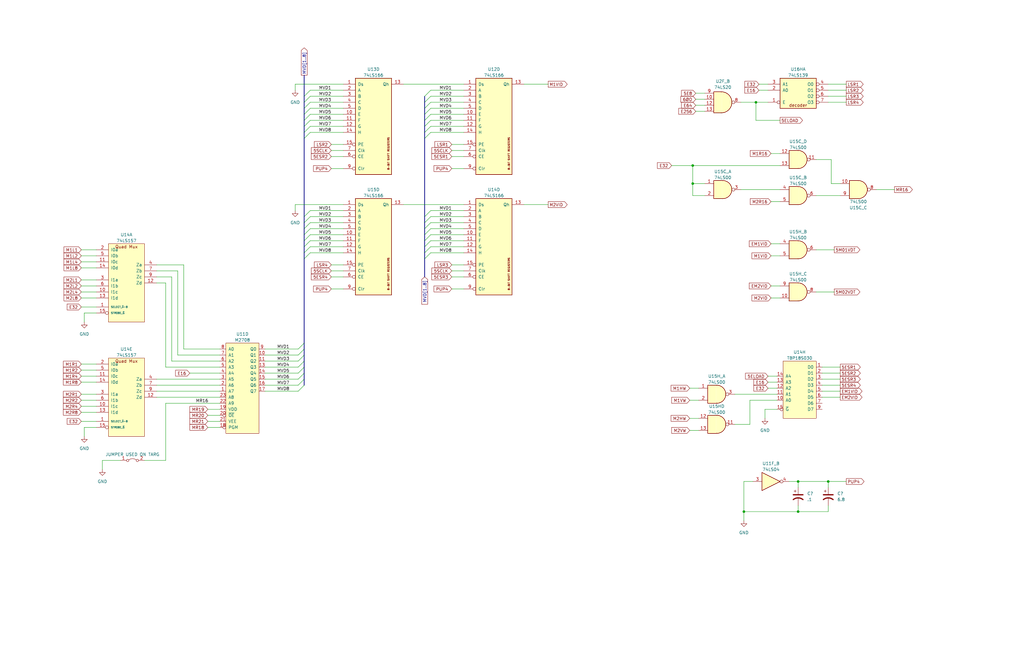
<source format=kicad_sch>
(kicad_sch (version 20230121) (generator eeschema)
  (paper "B")
  (title_block (title "Exidy Universal Game Board II") (company "Anton Gale") (comment 1 "6502 GAME LOGIC PCB") (comment 4 "MOVING OBJECT VIDEO GENERATION"))
  (lib_symbols
    (symbol "Device:C_Polarized_US" (pin_numbers hide) (pin_names (offset 0.254) hide)
      (property "Reference" "C" (at 0.635 2.54 0))
      (property "Value" "C_Polarized_US" (at 0.635 -2.54 0))
      (symbol "C_Polarized_US_0_1"
        (polyline (pts (xy -2.032 0.762) (xy 2.032 0.762)) (stroke (width 0.508)))
        (polyline (pts (xy -1.778 2.286) (xy -0.762 2.286)))
        (polyline (pts (xy -1.27 1.778) (xy -1.27 2.794)))
        (arc (start 2.032 -1.27) (mid 0 -0.5572) (end -2.032 -1.27) (stroke (width 0.508)))
      )
      (symbol "C_Polarized_US_1_1"
        (pin passive line (at 0 3.81 270) (length 2.794) (name "~") (number "1"))
        (pin passive line (at 0 -3.81 90) (length 3.302) (name "~") (number "2"))
      )
    )
    (symbol "Jumper:Jumper_2_Bridged" (pin_names (offset 0) hide)
      (property "Reference" "JP" (at 0 1.905 0))
      (property "Value" "Jumper_2_Bridged" (at 0 -2.54 0))
      (symbol "Jumper_2_Bridged_0_0"
        (circle (center -2.032 0) (radius 0.508))
        (circle (center 2.032 0) (radius 0.508))
      )
      (symbol "Jumper_2_Bridged_0_1"
        (arc (start 1.524 0.254) (mid 0 0.762) (end -1.524 0.254))
      )
      (symbol "Jumper_2_Bridged_1_1"
        (pin passive line (at -5.08 0 0) (length 2.54) (name "A") (number "1"))
        (pin passive line (at 5.08 0 180) (length 2.54) (name "B") (number "2"))
      )
    )
    (symbol "arcade:M2708" (pin_names (offset 1.016))
      (property "Reference" "U" (at 1.27 -18.034 0))
      (property "Value" "M2708" (at 3.81 -20.066 0))
      (symbol "M2708_0_1"
        (rectangle (start -6.35 16.51) (end 7.62 -21.59) (fill (type background)))
      )
      (symbol "M2708_1_1"
        (pin input line (at -8.89 -3.81 0) (length 2.54) (name "A7") (number "1"))
        (pin bidirectional line (at 10.16 11.43 180) (length 2.54) (name "Q1") (number "10"))
        (pin bidirectional line (at 10.16 8.89 180) (length 2.54) (name "Q2") (number "11"))
        (pin power_in line (at 0 -21.59 90) (length 2.54) hide (name "VSS") (number "12"))
        (pin output line (at 10.16 6.35 180) (length 2.54) (name "Q3") (number "13"))
        (pin output line (at 10.16 3.81 180) (length 2.54) (name "Q4") (number "14"))
        (pin output line (at 10.16 1.27 180) (length 2.54) (name "Q5") (number "15"))
        (pin output line (at 10.16 -1.27 180) (length 2.54) (name "Q6") (number "16"))
        (pin output line (at 10.16 -3.81 180) (length 2.54) (name "Q7") (number "17"))
        (pin input inverted (at -8.89 -19.05 0) (length 2.54) (name "PGM") (number "18"))
        (pin input line (at -8.89 -11.43 0) (length 2.54) (name "VDD") (number "19"))
        (pin input line (at -8.89 -1.27 0) (length 2.54) (name "A6") (number "2"))
        (pin input inverted (at -8.89 -13.97 0) (length 2.54) (name "~{OE}") (number "20"))
        (pin input line (at -8.89 -16.51 0) (length 2.54) (name "VEE") (number "21"))
        (pin input line (at -8.89 -8.89 0) (length 2.54) (name "A9") (number "22"))
        (pin input line (at -8.89 -6.35 0) (length 2.54) (name "A8") (number "23"))
        (pin power_in line (at 0 16.51 270) (length 2.54) hide (name "VCC") (number "24"))
        (pin input line (at -8.89 1.27 0) (length 2.54) (name "A5") (number "3"))
        (pin input line (at -8.89 3.81 0) (length 2.54) (name "A4") (number "4"))
        (pin input line (at -8.89 6.35 0) (length 2.54) (name "A3") (number "5"))
        (pin input line (at -8.89 8.89 0) (length 2.54) (name "A2") (number "6"))
        (pin input line (at -8.89 11.43 0) (length 2.54) (name "A1") (number "7"))
        (pin input line (at -8.89 13.97 0) (length 2.54) (name "A0") (number "8"))
        (pin bidirectional line (at 10.16 13.97 180) (length 2.54) (name "Q0") (number "9"))
      )
    )
    (symbol "arcade:TBP18S030" (pin_names (offset 1.016))
      (property "Reference" "U" (at 5.08 12.7 0))
      (property "Value" "TBP18S030" (at 0 -11.43 0))
      (symbol "TBP18S030_0_1"
        (rectangle (start -7.62 11.43) (end 6.35 -12.7) (fill (type background)))
      )
      (symbol "TBP18S030_1_1"
        (pin output line (at 8.89 8.89 180) (length 2.54) (name "D0") (number "1"))
        (pin input line (at -10.16 -5.08 0) (length 2.54) (name "A0") (number "10"))
        (pin input line (at -10.16 -2.54 0) (length 2.54) (name "A1") (number "11"))
        (pin input line (at -10.16 0 0) (length 2.54) (name "A2") (number "12"))
        (pin input line (at -10.16 2.54 0) (length 2.54) (name "A3") (number "13"))
        (pin input line (at -10.16 5.08 0) (length 2.54) (name "A4") (number "14"))
        (pin input inverted (at -10.16 -8.89 0) (length 2.54) (name "~{G}") (number "15"))
        (pin output line (at 8.89 6.35 180) (length 2.54) (name "D1") (number "2"))
        (pin output line (at 8.89 3.81 180) (length 2.54) (name "D2") (number "3"))
        (pin output line (at 8.89 1.27 180) (length 2.54) (name "D3") (number "4"))
        (pin output line (at 8.89 -1.27 180) (length 2.54) (name "D4") (number "5"))
        (pin output line (at 8.89 -3.81 180) (length 2.54) (name "D5") (number "6"))
        (pin output line (at 8.89 -6.35 180) (length 2.54) (name "D6") (number "7"))
        (pin output line (at 8.89 -8.89 180) (length 2.54) (name "D7") (number "9"))
      )
    )
    (symbol "jt74:74LS00" (pin_names (offset 1.016))
      (property "Reference" "U" (at 0 1.27 0))
      (property "Value" "74LS00" (at 0 -1.27 0))
      (symbol "74LS00_1_1"
        (arc (start 0 -3.81) (mid 3.7934 0) (end 0 3.81) (stroke (width 0.254)) (fill (type background)))
        (polyline (pts (xy 0 3.81) (xy -3.81 3.81) (xy -3.81 -3.81) (xy 0 -3.81)) (stroke (width 0.254)) (fill (type background)))
        (pin input line (at -7.62 2.54 0) (length 3.81) (name "~") (number "1"))
        (pin input line (at -7.62 -2.54 0) (length 3.81) (name "~") (number "2"))
        (pin output inverted (at 7.62 0 180) (length 3.81) (name "~") (number "3"))
      )
      (symbol "74LS00_1_2"
        (arc (start -3.81 -3.81) (mid -2.589 0) (end -3.81 3.81) (stroke (width 0.254)))
        (arc (start -0.6096 -3.81) (mid 2.1842 -2.5851) (end 3.81 0) (stroke (width 0.254)) (fill (type background)))
        (polyline (pts (xy -3.81 -3.81) (xy -0.635 -3.81)) (stroke (width 0.254)) (fill (type background)))
        (polyline (pts (xy -3.81 3.81) (xy -0.635 3.81)) (stroke (width 0.254)) (fill (type background)))
        (polyline (pts (xy -0.635 3.81) (xy -3.81 3.81) (xy -3.81 3.81) (xy -3.556 3.4036) (xy -3.0226 2.2606) (xy -2.6924 1.0414) (xy -2.6162 -0.254) (xy -2.7686 -1.4986) (xy -3.175 -2.7178) (xy -3.81 -3.81) (xy -3.81 -3.81) (xy -0.635 -3.81)) (stroke (width -25.4)) (fill (type background)))
        (arc (start 3.81 0) (mid 2.1915 2.5936) (end -0.6096 3.81) (stroke (width 0.254)) (fill (type background)))
        (pin input inverted (at -7.62 2.54 0) (length 4.318) (name "~") (number "1"))
        (pin input inverted (at -7.62 -2.54 0) (length 4.318) (name "~") (number "2"))
        (pin output line (at 7.62 0 180) (length 3.81) (name "~") (number "3"))
      )
      (symbol "74LS00_2_1"
        (arc (start 0 -3.81) (mid 3.7934 0) (end 0 3.81) (stroke (width 0.254)) (fill (type background)))
        (polyline (pts (xy 0 3.81) (xy -3.81 3.81) (xy -3.81 -3.81) (xy 0 -3.81)) (stroke (width 0.254)) (fill (type background)))
        (pin input line (at -7.62 2.54 0) (length 3.81) (name "~") (number "4"))
        (pin input line (at -7.62 -2.54 0) (length 3.81) (name "~") (number "5"))
        (pin output inverted (at 7.62 0 180) (length 3.81) (name "~") (number "6"))
      )
      (symbol "74LS00_2_2"
        (arc (start -3.81 -3.81) (mid -2.589 0) (end -3.81 3.81) (stroke (width 0.254)))
        (arc (start -0.6096 -3.81) (mid 2.1842 -2.5851) (end 3.81 0) (stroke (width 0.254)) (fill (type background)))
        (polyline (pts (xy -3.81 -3.81) (xy -0.635 -3.81)) (stroke (width 0.254)) (fill (type background)))
        (polyline (pts (xy -3.81 3.81) (xy -0.635 3.81)) (stroke (width 0.254)) (fill (type background)))
        (polyline (pts (xy -0.635 3.81) (xy -3.81 3.81) (xy -3.81 3.81) (xy -3.556 3.4036) (xy -3.0226 2.2606) (xy -2.6924 1.0414) (xy -2.6162 -0.254) (xy -2.7686 -1.4986) (xy -3.175 -2.7178) (xy -3.81 -3.81) (xy -3.81 -3.81) (xy -0.635 -3.81)) (stroke (width -25.4)) (fill (type background)))
        (arc (start 3.81 0) (mid 2.1915 2.5936) (end -0.6096 3.81) (stroke (width 0.254)) (fill (type background)))
        (pin input inverted (at -7.62 2.54 0) (length 4.318) (name "~") (number "4"))
        (pin input inverted (at -7.62 -2.54 0) (length 4.318) (name "~") (number "5"))
        (pin output line (at 7.62 0 180) (length 3.81) (name "~") (number "6"))
      )
      (symbol "74LS00_3_1"
        (arc (start 0 -3.81) (mid 3.7934 0) (end 0 3.81) (stroke (width 0.254)) (fill (type background)))
        (polyline (pts (xy 0 3.81) (xy -3.81 3.81) (xy -3.81 -3.81) (xy 0 -3.81)) (stroke (width 0.254)) (fill (type background)))
        (pin input line (at -7.62 -2.54 0) (length 3.81) (name "~") (number "10"))
        (pin output inverted (at 7.62 0 180) (length 3.81) (name "~") (number "8"))
        (pin input line (at -7.62 2.54 0) (length 3.81) (name "~") (number "9"))
      )
      (symbol "74LS00_3_2"
        (arc (start -3.81 -3.81) (mid -2.589 0) (end -3.81 3.81) (stroke (width 0.254)))
        (arc (start -0.6096 -3.81) (mid 2.1842 -2.5851) (end 3.81 0) (stroke (width 0.254)) (fill (type background)))
        (polyline (pts (xy -3.81 -3.81) (xy -0.635 -3.81)) (stroke (width 0.254)) (fill (type background)))
        (polyline (pts (xy -3.81 3.81) (xy -0.635 3.81)) (stroke (width 0.254)) (fill (type background)))
        (polyline (pts (xy -0.635 3.81) (xy -3.81 3.81) (xy -3.81 3.81) (xy -3.556 3.4036) (xy -3.0226 2.2606) (xy -2.6924 1.0414) (xy -2.6162 -0.254) (xy -2.7686 -1.4986) (xy -3.175 -2.7178) (xy -3.81 -3.81) (xy -3.81 -3.81) (xy -0.635 -3.81)) (stroke (width -25.4)) (fill (type background)))
        (arc (start 3.81 0) (mid 2.1915 2.5936) (end -0.6096 3.81) (stroke (width 0.254)) (fill (type background)))
        (pin input inverted (at -7.62 -2.54 0) (length 4.318) (name "~") (number "10"))
        (pin output line (at 7.62 0 180) (length 3.81) (name "~") (number "8"))
        (pin input inverted (at -7.62 2.54 0) (length 4.318) (name "~") (number "9"))
      )
      (symbol "74LS00_4_1"
        (arc (start 0 -3.81) (mid 3.7934 0) (end 0 3.81) (stroke (width 0.254)) (fill (type background)))
        (polyline (pts (xy 0 3.81) (xy -3.81 3.81) (xy -3.81 -3.81) (xy 0 -3.81)) (stroke (width 0.254)) (fill (type background)))
        (pin output inverted (at 7.62 0 180) (length 3.81) (name "~") (number "11"))
        (pin input line (at -7.62 2.54 0) (length 3.81) (name "~") (number "12"))
        (pin input line (at -7.62 -2.54 0) (length 3.81) (name "~") (number "13"))
      )
      (symbol "74LS00_4_2"
        (arc (start -3.81 -3.81) (mid -2.589 0) (end -3.81 3.81) (stroke (width 0.254)))
        (arc (start -0.6096 -3.81) (mid 2.1842 -2.5851) (end 3.81 0) (stroke (width 0.254)) (fill (type background)))
        (polyline (pts (xy -3.81 -3.81) (xy -0.635 -3.81)) (stroke (width 0.254)) (fill (type background)))
        (polyline (pts (xy -3.81 3.81) (xy -0.635 3.81)) (stroke (width 0.254)) (fill (type background)))
        (polyline (pts (xy -0.635 3.81) (xy -3.81 3.81) (xy -3.81 3.81) (xy -3.556 3.4036) (xy -3.0226 2.2606) (xy -2.6924 1.0414) (xy -2.6162 -0.254) (xy -2.7686 -1.4986) (xy -3.175 -2.7178) (xy -3.81 -3.81) (xy -3.81 -3.81) (xy -0.635 -3.81)) (stroke (width -25.4)) (fill (type background)))
        (arc (start 3.81 0) (mid 2.1915 2.5936) (end -0.6096 3.81) (stroke (width 0.254)) (fill (type background)))
        (pin output line (at 7.62 0 180) (length 3.81) (name "~") (number "11"))
        (pin input inverted (at -7.62 2.54 0) (length 4.318) (name "~") (number "12"))
        (pin input inverted (at -7.62 -2.54 0) (length 4.318) (name "~") (number "13"))
      )
      (symbol "74LS00_5_0"
        (pin power_in line (at 0 7.62 270) (length 5.08) hide (name "VCC") (number "14"))
        (pin power_in line (at 0 -7.62 90) (length 5.08) hide (name "VSS") (number "7"))
      )
      (symbol "74LS00_5_1"
        (rectangle (start -5.08 7.62) (end 5.08 -7.62) (stroke (width 0.254)) (fill (type background)))
      )
    )
    (symbol "jt74:74LS04" (pin_names (offset 1.016))
      (property "Reference" "U" (at 0 1.27 0))
      (property "Value" "74LS04" (at 0 -1.27 0))
      (symbol "74LS04_1_0"
        (polyline (pts (xy -3.81 3.81) (xy -3.81 -3.81) (xy 3.81 0) (xy -3.81 3.81)) (stroke (width 0.254)) (fill (type background)))
        (pin input line (at -7.62 0 0) (length 3.81) (name "~") (number "1"))
        (pin output inverted (at 7.62 0 180) (length 3.81) (name "~") (number "2"))
      )
      (symbol "74LS04_2_0"
        (polyline (pts (xy -3.81 3.81) (xy -3.81 -3.81) (xy 3.81 0) (xy -3.81 3.81)) (stroke (width 0.254)) (fill (type background)))
        (pin input line (at -7.62 0 0) (length 3.81) (name "~") (number "3"))
        (pin output inverted (at 7.62 0 180) (length 3.81) (name "~") (number "4"))
      )
      (symbol "74LS04_3_0"
        (polyline (pts (xy -3.81 3.81) (xy -3.81 -3.81) (xy 3.81 0) (xy -3.81 3.81)) (stroke (width 0.254)) (fill (type background)))
        (pin input line (at -7.62 0 0) (length 3.81) (name "~") (number "5"))
        (pin output inverted (at 7.62 0 180) (length 3.81) (name "~") (number "6"))
      )
      (symbol "74LS04_4_0"
        (polyline (pts (xy -3.81 3.81) (xy -3.81 -3.81) (xy 3.81 0) (xy -3.81 3.81)) (stroke (width 0.254)) (fill (type background)))
        (pin output inverted (at 7.62 0 180) (length 3.81) (name "~") (number "8"))
        (pin input line (at -7.62 0 0) (length 3.81) (name "~") (number "9"))
      )
      (symbol "74LS04_5_0"
        (polyline (pts (xy -3.81 3.81) (xy -3.81 -3.81) (xy 3.81 0) (xy -3.81 3.81)) (stroke (width 0.254)) (fill (type background)))
        (pin output inverted (at 7.62 0 180) (length 3.81) (name "~") (number "10"))
        (pin input line (at -7.62 0 0) (length 3.81) (name "~") (number "11"))
      )
      (symbol "74LS04_6_0"
        (polyline (pts (xy -3.81 3.81) (xy -3.81 -3.81) (xy 3.81 0) (xy -3.81 3.81)) (stroke (width 0.254)) (fill (type background)))
        (pin output inverted (at 7.62 0 180) (length 3.81) (name "~") (number "12"))
        (pin input line (at -7.62 0 0) (length 3.81) (name "~") (number "13"))
      )
      (symbol "74LS04_7_0"
        (pin power_in line (at 0 7.62 270) (length 5.08) hide (name "VCC") (number "14"))
        (pin power_in line (at 0 -7.62 90) (length 5.08) hide (name "VSS") (number "7"))
      )
      (symbol "74LS04_7_1"
        (rectangle (start -5.08 7.62) (end 5.08 -7.62) (stroke (width 0.254)) (fill (type background)))
      )
    )
    (symbol "jt74:74LS139" (pin_names (offset 1.016))
      (property "Reference" "U" (at -7.62 8.89 0))
      (property "Value" "74LS139" (at -7.62 -8.89 0))
      (symbol "74LS139_0_0"
        (text "decoder" (at 0 -6.35 0) (effects (font (size 1.27 1.27))))
      )
      (symbol "74LS139_1_0"
        (pin input inverted (at -12.7 -5.08 0) (length 5.08) (name "E") (number "1"))
        (pin input line (at -12.7 0 0) (length 5.08) (name "A0") (number "2"))
        (pin input line (at -12.7 2.54 0) (length 5.08) (name "A1") (number "3"))
        (pin output inverted (at 12.7 2.54 180) (length 5.08) (name "O0") (number "4"))
        (pin output inverted (at 12.7 0 180) (length 5.08) (name "O1") (number "5"))
        (pin output inverted (at 12.7 -2.54 180) (length 5.08) (name "O2") (number "6"))
        (pin output inverted (at 12.7 -5.08 180) (length 5.08) (name "O3") (number "7"))
      )
      (symbol "74LS139_1_1"
        (rectangle (start -7.62 5.08) (end 7.62 -7.62) (stroke (width 0.254)) (fill (type background)))
      )
      (symbol "74LS139_2_0"
        (pin output inverted (at 12.7 -2.54 180) (length 5.08) (name "O2") (number "10"))
        (pin output inverted (at 12.7 0 180) (length 5.08) (name "O1") (number "11"))
        (pin output inverted (at 12.7 2.54 180) (length 5.08) (name "O0") (number "12"))
        (pin input line (at -12.7 2.54 0) (length 5.08) (name "A1") (number "13"))
        (pin input line (at -12.7 0 0) (length 5.08) (name "A0") (number "14"))
        (pin input inverted (at -12.7 -5.08 0) (length 5.08) (name "E") (number "15"))
        (pin output inverted (at 12.7 -5.08 180) (length 5.08) (name "O3") (number "9"))
      )
      (symbol "74LS139_2_1"
        (rectangle (start -7.62 5.08) (end 7.62 -7.62) (stroke (width 0.254)) (fill (type background)))
      )
      (symbol "74LS139_3_0"
        (pin power_in line (at 0 7.62 270) (length 5.08) hide (name "VCC") (number "16"))
        (pin power_in line (at 0 -7.62 90) (length 5.08) hide (name "VSS") (number "8"))
      )
      (symbol "74LS139_3_1"
        (rectangle (start -5.08 7.62) (end 5.08 -7.62) (stroke (width 0.254)) (fill (type background)))
      )
    )
    (symbol "jt74:74LS157" (pin_names (offset 1.016))
      (property "Reference" "U" (at 5.08 16.51 0))
      (property "Value" "74LS157" (at 0 -16.51 0))
      (symbol "74LS157_0_0"
        (text "Quad Mux" (at 0 13.97 0) (effects (font (size 1.27 1.27))))
      )
      (symbol "74LS157_1_0"
        (pin input line (at -12.7 -11.43 0) (length 5.08) (name "SELECT_~{A}-B") (number "1"))
        (pin input line (at -12.7 -5.08 0) (length 5.08) (name "I1c") (number "10"))
        (pin input line (at -12.7 7.62 0) (length 5.08) (name "I0c") (number "11"))
        (pin output line (at 12.7 -1.27 180) (length 5.08) (name "Zd") (number "12"))
        (pin input line (at -12.7 -7.62 0) (length 5.08) (name "I1d") (number "13"))
        (pin input line (at -12.7 5.08 0) (length 5.08) (name "I0d") (number "14"))
        (pin input inverted (at -12.7 -13.97 0) (length 5.08) (name "STROBE_~{G}") (number "15"))
        (pin input line (at -12.7 12.7 0) (length 5.08) (name "I0a") (number "2"))
        (pin input line (at -12.7 0 0) (length 5.08) (name "I1a") (number "3"))
        (pin output line (at 12.7 6.35 180) (length 5.08) (name "Za") (number "4"))
        (pin input line (at -12.7 10.16 0) (length 5.08) (name "I0b") (number "5"))
        (pin input line (at -12.7 -2.54 0) (length 5.08) (name "I1b") (number "6"))
        (pin output line (at 12.7 3.81 180) (length 5.08) (name "Zb") (number "7"))
        (pin output line (at 12.7 1.27 180) (length 5.08) (name "Zc") (number "9"))
      )
      (symbol "74LS157_1_1"
        (rectangle (start -7.62 15.24) (end 7.62 -17.78) (fill (type background)))
      )
    )
    (symbol "jt74:74LS166" (pin_names (offset 1.016))
      (property "Reference" "U" (at -7.62 21.59 0))
      (property "Value" "74LS166" (at -7.62 -21.59 0))
      (symbol "74LS166_0_0"
        (text "8-BIT SHIFT REGISTERS" (at 6.35 -11.43 900) (effects (font (size 0.762 0.762))))
      )
      (symbol "74LS166_1_0"
        (pin input line (at -12.7 17.78 0) (length 5.08) (name "Ds") (number "1"))
        (pin input line (at -12.7 5.08 0) (length 5.08) (name "E") (number "10"))
        (pin input line (at -12.7 2.54 0) (length 5.08) (name "F") (number "11"))
        (pin input line (at -12.7 0 0) (length 5.08) (name "G") (number "12"))
        (pin output line (at 12.7 17.78 180) (length 5.08) (name "Qh") (number "13"))
        (pin input line (at -12.7 -2.54 0) (length 5.08) (name "H") (number "14"))
        (pin input inverted (at -12.7 -7.62 0) (length 5.08) (name "PE") (number "15"))
        (pin power_in line (at 0 20.32 270) (length 5.08) hide (name "VCC") (number "16"))
        (pin input line (at -12.7 15.24 0) (length 5.08) (name "A") (number "2"))
        (pin input line (at -12.7 12.7 0) (length 5.08) (name "B") (number "3"))
        (pin input line (at -12.7 10.16 0) (length 5.08) (name "C") (number "4"))
        (pin input line (at -12.7 7.62 0) (length 5.08) (name "D") (number "5"))
        (pin input inverted (at -12.7 -12.7 0) (length 5.08) (name "CE") (number "6"))
        (pin input line (at -12.7 -10.16 0) (length 5.08) (name "Clk") (number "7"))
        (pin power_in line (at 0 -20.32 90) (length 5.08) hide (name "VSS") (number "8"))
        (pin input inverted (at -12.7 -17.78 0) (length 5.08) (name "Clr") (number "9"))
      )
      (symbol "74LS166_1_1"
        (rectangle (start -7.62 20.32) (end 7.62 -20.32) (stroke (width 0.254)) (fill (type background)))
      )
    )
    (symbol "jt74:74LS20" (pin_names (offset 1.016))
      (property "Reference" "U" (at 0 1.27 0))
      (property "Value" "74LS20" (at 0 -1.27 0))
      (symbol "74LS20_1_1"
        (arc (start -0.635 -4.445) (mid 3.7907 0) (end -0.635 4.445) (stroke (width 0.254)) (fill (type background)))
        (polyline (pts (xy -0.635 4.445) (xy -3.81 4.445) (xy -3.81 -4.445) (xy -0.635 -4.445)) (stroke (width 0.254)) (fill (type background)))
        (pin input line (at -7.62 3.81 0) (length 3.81) (name "~") (number "1"))
        (pin input line (at -7.62 1.27 0) (length 3.81) (name "~") (number "2"))
        (pin input line (at -7.62 -1.27 0) (length 3.81) (name "~") (number "4"))
        (pin input line (at -7.62 -3.81 0) (length 3.81) (name "~") (number "5"))
        (pin output inverted (at 7.62 0 180) (length 3.81) (name "~") (number "6"))
      )
      (symbol "74LS20_1_2"
        (arc (start -3.81 -4.445) (mid -2.5908 0) (end -3.81 4.445) (stroke (width 0.254)))
        (arc (start -0.6096 -4.445) (mid 2.2246 -2.8422) (end 3.81 0) (stroke (width 0.254)) (fill (type background)))
        (polyline (pts (xy -3.81 -4.445) (xy -0.635 -4.445)) (stroke (width 0.254)) (fill (type background)))
        (polyline (pts (xy -3.81 4.445) (xy -0.635 4.445)) (stroke (width 0.254)) (fill (type background)))
        (polyline (pts (xy -0.635 4.445) (xy -3.81 4.445) (xy -3.81 4.445) (xy -3.6322 4.0894) (xy -3.0988 2.921) (xy -2.7686 1.6764) (xy -2.6162 0.4318) (xy -2.6416 -0.8636) (xy -2.8702 -2.1082) (xy -3.2512 -3.3274) (xy -3.81 -4.445) (xy -3.81 -4.445) (xy -0.635 -4.445)) (stroke (width -25.4)) (fill (type background)))
        (arc (start 3.81 0) (mid 2.2204 2.8379) (end -0.6096 4.445) (stroke (width 0.254)) (fill (type background)))
        (pin input inverted (at -7.62 3.81 0) (length 3.81) (name "~") (number "1"))
        (pin input inverted (at -7.62 1.27 0) (length 4.826) (name "~") (number "2"))
        (pin input inverted (at -7.62 -1.27 0) (length 4.826) (name "~") (number "4"))
        (pin input inverted (at -7.62 -3.81 0) (length 3.81) (name "~") (number "5"))
        (pin output line (at 7.62 0 180) (length 3.81) (name "~") (number "6"))
      )
      (symbol "74LS20_2_1"
        (arc (start -0.635 -4.445) (mid 3.7907 0) (end -0.635 4.445) (stroke (width 0.254)) (fill (type background)))
        (polyline (pts (xy -0.635 4.445) (xy -3.81 4.445) (xy -3.81 -4.445) (xy -0.635 -4.445)) (stroke (width 0.254)) (fill (type background)))
        (pin input line (at -7.62 1.27 0) (length 3.81) (name "~") (number "10"))
        (pin input line (at -7.62 -1.27 0) (length 3.81) (name "~") (number "12"))
        (pin input line (at -7.62 -3.81 0) (length 3.81) (name "~") (number "13"))
        (pin output inverted (at 7.62 0 180) (length 3.81) (name "~") (number "8"))
        (pin input line (at -7.62 3.81 0) (length 3.81) (name "~") (number "9"))
      )
      (symbol "74LS20_2_2"
        (arc (start -3.81 -4.445) (mid -2.5908 0) (end -3.81 4.445) (stroke (width 0.254)))
        (arc (start -0.6096 -4.445) (mid 2.2246 -2.8422) (end 3.81 0) (stroke (width 0.254)) (fill (type background)))
        (polyline (pts (xy -3.81 -4.445) (xy -0.635 -4.445)) (stroke (width 0.254)) (fill (type background)))
        (polyline (pts (xy -3.81 4.445) (xy -0.635 4.445)) (stroke (width 0.254)) (fill (type background)))
        (polyline (pts (xy -0.635 4.445) (xy -3.81 4.445) (xy -3.81 4.445) (xy -3.6322 4.0894) (xy -3.0988 2.921) (xy -2.7686 1.6764) (xy -2.6162 0.4318) (xy -2.6416 -0.8636) (xy -2.8702 -2.1082) (xy -3.2512 -3.3274) (xy -3.81 -4.445) (xy -3.81 -4.445) (xy -0.635 -4.445)) (stroke (width -25.4)) (fill (type background)))
        (arc (start 3.81 0) (mid 2.2204 2.8379) (end -0.6096 4.445) (stroke (width 0.254)) (fill (type background)))
        (pin input inverted (at -7.62 1.27 0) (length 4.826) (name "~") (number "10"))
        (pin input inverted (at -7.62 -1.27 0) (length 4.826) (name "~") (number "12"))
        (pin input inverted (at -7.62 -3.81 0) (length 3.81) (name "~") (number "13"))
        (pin output line (at 7.62 0 180) (length 3.81) (name "~") (number "8"))
        (pin input inverted (at -7.62 3.81 0) (length 3.81) (name "~") (number "9"))
      )
      (symbol "74LS20_3_0"
        (pin power_in line (at 0 7.62 270) (length 5.08) hide (name "VCC") (number "14"))
        (pin power_in line (at 0 -7.62 90) (length 5.08) hide (name "VSS") (number "7"))
      )
      (symbol "74LS20_3_1"
        (rectangle (start -5.08 7.62) (end 5.08 -7.62) (stroke (width 0.254)) (fill (type background)))
      )
    )
    (symbol "power:GND" (power) (pin_names (offset 0))
      (property "Value" "GND" (at 0 -3.81 0))
      (symbol "GND_0_1"
        (polyline (pts (xy 0 0) (xy 0 -1.27) (xy 1.27 -1.27) (xy 0 -2.54) (xy -1.27 -1.27) (xy 0 -1.27)))
      )
      (symbol "GND_1_1"
        (pin power_in line (at 0 0 270) (length 0) hide (name "GND") (number "1"))
      )
    )
  )
  (junction (at 336.55 215.9))
  (junction (at 349.25 203.2))
  (junction (at 313.69 215.9))
  (junction (at 292.1 69.85))
  (junction (at 336.55 203.2))
  (junction (at 318.77 43.18))
  (junction (at 292.1 77.47))
  (bus_entry (at 125.73 154.94) (size 2.54 -2.54))
  (bus_entry (at 181.61 101.6) (size -2.54 2.54))
  (bus_entry (at 130.81 48.26) (size -2.54 2.54))
  (bus_entry (at 181.61 45.72) (size -2.54 2.54))
  (bus_entry (at 125.73 149.86) (size 2.54 -2.54))
  (bus_entry (at 181.61 96.52) (size -2.54 2.54))
  (bus_entry (at 130.81 43.18) (size -2.54 2.54))
  (bus_entry (at 181.61 106.68) (size -2.54 2.54))
  (bus_entry (at 125.73 152.4) (size 2.54 -2.54))
  (bus_entry (at 181.61 55.88) (size -2.54 2.54))
  (bus_entry (at 181.61 53.34) (size -2.54 2.54))
  (bus_entry (at 125.73 160.02) (size 2.54 -2.54))
  (bus_entry (at 125.73 157.48) (size 2.54 -2.54))
  (bus_entry (at 125.73 162.56) (size 2.54 -2.54))
  (bus_entry (at 181.61 93.98) (size -2.54 2.54))
  (bus_entry (at 130.81 104.14) (size -2.54 2.54))
  (bus_entry (at 181.61 43.18) (size -2.54 2.54))
  (bus_entry (at 181.61 91.44) (size -2.54 2.54))
  (bus_entry (at 181.61 50.8) (size -2.54 2.54))
  (bus_entry (at 130.81 88.9) (size -2.54 2.54))
  (bus_entry (at 130.81 106.68) (size -2.54 2.54))
  (bus_entry (at 130.81 101.6) (size -2.54 2.54))
  (bus_entry (at 130.81 93.98) (size -2.54 2.54))
  (bus_entry (at 125.73 147.32) (size 2.54 -2.54))
  (bus_entry (at 125.73 165.1) (size 2.54 -2.54))
  (bus_entry (at 130.81 45.72) (size -2.54 2.54))
  (bus_entry (at 181.61 88.9) (size -2.54 2.54))
  (bus_entry (at 181.61 38.1) (size -2.54 2.54))
  (bus_entry (at 181.61 104.14) (size -2.54 2.54))
  (bus_entry (at 130.81 91.44) (size -2.54 2.54))
  (bus_entry (at 181.61 48.26) (size -2.54 2.54))
  (bus_entry (at 130.81 40.64) (size -2.54 2.54))
  (bus_entry (at 181.61 40.64) (size -2.54 2.54))
  (bus_entry (at 130.81 55.88) (size -2.54 2.54))
  (bus_entry (at 130.81 38.1) (size -2.54 2.54))
  (bus_entry (at 130.81 53.34) (size -2.54 2.54))
  (bus_entry (at 130.81 99.06) (size -2.54 2.54))
  (bus_entry (at 181.61 99.06) (size -2.54 2.54))
  (bus_entry (at 130.81 96.52) (size -2.54 2.54))
  (bus_entry (at 130.81 50.8) (size -2.54 2.54))
  (wire (pts (xy 190.5 116.84) (xy 195.58 116.84)))
  (wire (pts (xy 349.25 203.2) (xy 349.25 205.74)))
  (wire (pts (xy 323.85 163.83) (xy 327.66 163.83)))
  (wire (pts (xy 190.5 60.96) (xy 195.58 60.96)))
  (wire (pts (xy 35.56 180.34) (xy 35.56 184.15)))
  (wire (pts (xy 34.29 129.54) (xy 40.64 129.54)))
  (wire (pts (xy 124.46 86.36) (xy 124.46 88.9)))
  (wire (pts (xy 325.12 102.87) (xy 328.93 102.87)))
  (wire (pts (xy 34.29 107.95) (xy 40.64 107.95)))
  (wire (pts (xy 124.46 35.56) (xy 144.78 35.56)))
  (wire (pts (xy 181.61 96.52) (xy 195.58 96.52)))
  (wire (pts (xy 139.7 71.12) (xy 144.78 71.12)))
  (wire (pts (xy 87.63 175.26) (xy 92.71 175.26)))
  (wire (pts (xy 327.66 168.91) (xy 316.23 168.91)))
  (wire (pts (xy 139.7 121.92) (xy 144.78 121.92)))
  (wire (pts (xy 34.29 168.91) (xy 40.64 168.91)))
  (wire (pts (xy 290.83 181.61) (xy 294.64 181.61)))
  (wire (pts (xy 332.74 203.2) (xy 336.55 203.2)))
  (wire (pts (xy 336.55 215.9) (xy 349.25 215.9)))
  (wire (pts (xy 66.04 119.38) (xy 69.85 119.38)))
  (wire (pts (xy 87.63 172.72) (xy 92.71 172.72)))
  (wire (pts (xy 92.71 154.94) (xy 69.85 154.94)))
  (bus (pts (xy 128.27 104.14) (xy 128.27 101.6)))
  (bus (pts (xy 179.07 96.52) (xy 179.07 93.98)))
  (wire (pts (xy 292.1 69.85) (xy 292.1 77.47)))
  (wire (pts (xy 111.76 165.1) (xy 125.73 165.1)))
  (bus (pts (xy 128.27 55.88) (xy 128.27 53.34)))
  (wire (pts (xy 130.81 88.9) (xy 144.78 88.9)))
  (wire (pts (xy 346.71 162.56) (xy 354.33 162.56)))
  (wire (pts (xy 349.25 35.56) (xy 356.87 35.56)))
  (bus (pts (xy 128.27 48.26) (xy 128.27 45.72)))
  (wire (pts (xy 328.93 50.8) (xy 318.77 50.8)))
  (wire (pts (xy 349.25 38.1) (xy 356.87 38.1)))
  (wire (pts (xy 354.33 77.47) (xy 350.52 77.47)))
  (wire (pts (xy 69.85 154.94) (xy 69.85 119.38)))
  (bus (pts (xy 128.27 53.34) (xy 128.27 50.8)))
  (wire (pts (xy 111.76 154.94) (xy 125.73 154.94)))
  (bus (pts (xy 128.27 144.78) (xy 128.27 147.32)))
  (wire (pts (xy 66.04 162.56) (xy 92.71 162.56)))
  (wire (pts (xy 34.29 156.21) (xy 40.64 156.21)))
  (wire (pts (xy 346.71 167.64) (xy 354.33 167.64)))
  (wire (pts (xy 111.76 160.02) (xy 125.73 160.02)))
  (wire (pts (xy 309.88 166.37) (xy 327.66 166.37)))
  (bus (pts (xy 179.07 99.06) (xy 179.07 96.52)))
  (bus (pts (xy 128.27 91.44) (xy 128.27 58.42)))
  (wire (pts (xy 34.29 125.73) (xy 40.64 125.73)))
  (wire (pts (xy 34.29 110.49) (xy 40.64 110.49)))
  (wire (pts (xy 130.81 45.72) (xy 144.78 45.72)))
  (wire (pts (xy 34.29 158.75) (xy 40.64 158.75)))
  (wire (pts (xy 181.61 91.44) (xy 195.58 91.44)))
  (wire (pts (xy 317.5 203.2) (xy 313.69 203.2)))
  (wire (pts (xy 124.46 86.36) (xy 144.78 86.36)))
  (wire (pts (xy 34.29 105.41) (xy 40.64 105.41)))
  (bus (pts (xy 128.27 149.86) (xy 128.27 152.4)))
  (wire (pts (xy 130.81 43.18) (xy 144.78 43.18)))
  (bus (pts (xy 179.07 58.42) (xy 179.07 55.88)))
  (wire (pts (xy 292.1 77.47) (xy 297.18 77.47)))
  (wire (pts (xy 181.61 40.64) (xy 195.58 40.64)))
  (wire (pts (xy 190.5 111.76) (xy 195.58 111.76)))
  (wire (pts (xy 312.42 43.18) (xy 318.77 43.18)))
  (wire (pts (xy 111.76 147.32) (xy 125.73 147.32)))
  (wire (pts (xy 66.04 116.84) (xy 72.39 116.84)))
  (wire (pts (xy 320.04 38.1) (xy 323.85 38.1)))
  (wire (pts (xy 139.7 66.04) (xy 144.78 66.04)))
  (bus (pts (xy 128.27 31.75) (xy 128.27 40.64)))
  (wire (pts (xy 190.5 63.5) (xy 195.58 63.5)))
  (bus (pts (xy 128.27 109.22) (xy 128.27 106.68)))
  (wire (pts (xy 318.77 50.8) (xy 318.77 43.18)))
  (wire (pts (xy 323.85 158.75) (xy 327.66 158.75)))
  (wire (pts (xy 69.85 170.18) (xy 92.71 170.18)))
  (wire (pts (xy 293.37 41.91) (xy 297.18 41.91)))
  (wire (pts (xy 181.61 53.34) (xy 195.58 53.34)))
  (wire (pts (xy 190.5 114.3) (xy 195.58 114.3)))
  (wire (pts (xy 130.81 40.64) (xy 144.78 40.64)))
  (wire (pts (xy 322.58 172.72) (xy 322.58 176.53)))
  (wire (pts (xy 80.01 157.48) (xy 92.71 157.48)))
  (wire (pts (xy 350.52 77.47) (xy 350.52 67.31)))
  (wire (pts (xy 336.55 213.36) (xy 336.55 215.9)))
  (bus (pts (xy 128.27 99.06) (xy 128.27 96.52)))
  (wire (pts (xy 130.81 101.6) (xy 144.78 101.6)))
  (wire (pts (xy 139.7 116.84) (xy 144.78 116.84)))
  (wire (pts (xy 190.5 71.12) (xy 195.58 71.12)))
  (wire (pts (xy 35.56 132.08) (xy 35.56 135.89)))
  (wire (pts (xy 349.25 213.36) (xy 349.25 215.9)))
  (wire (pts (xy 130.81 91.44) (xy 144.78 91.44)))
  (wire (pts (xy 190.5 121.92) (xy 195.58 121.92)))
  (wire (pts (xy 190.5 66.04) (xy 195.58 66.04)))
  (wire (pts (xy 50.8 194.31) (xy 43.18 194.31)))
  (wire (pts (xy 181.61 106.68) (xy 195.58 106.68)))
  (wire (pts (xy 313.69 215.9) (xy 313.69 219.71)))
  (wire (pts (xy 130.81 55.88) (xy 144.78 55.88)))
  (wire (pts (xy 170.18 35.56) (xy 195.58 35.56)))
  (wire (pts (xy 74.93 149.86) (xy 74.93 114.3)))
  (wire (pts (xy 181.61 104.14) (xy 195.58 104.14)))
  (wire (pts (xy 40.64 180.34) (xy 35.56 180.34)))
  (wire (pts (xy 72.39 152.4) (xy 72.39 116.84)))
  (wire (pts (xy 346.71 157.48) (xy 354.33 157.48)))
  (wire (pts (xy 111.76 149.86) (xy 125.73 149.86)))
  (wire (pts (xy 111.76 157.48) (xy 125.73 157.48)))
  (wire (pts (xy 77.47 147.32) (xy 77.47 111.76)))
  (wire (pts (xy 290.83 176.53) (xy 294.64 176.53)))
  (wire (pts (xy 336.55 203.2) (xy 336.55 205.74)))
  (wire (pts (xy 349.25 43.18) (xy 356.87 43.18)))
  (wire (pts (xy 320.04 35.56) (xy 323.85 35.56)))
  (wire (pts (xy 336.55 203.2) (xy 349.25 203.2)))
  (wire (pts (xy 181.61 93.98) (xy 195.58 93.98)))
  (wire (pts (xy 293.37 46.99) (xy 297.18 46.99)))
  (bus (pts (xy 179.07 91.44) (xy 179.07 58.42)))
  (wire (pts (xy 312.42 80.01) (xy 328.93 80.01)))
  (bus (pts (xy 128.27 101.6) (xy 128.27 99.06)))
  (wire (pts (xy 346.71 154.94) (xy 354.33 154.94)))
  (wire (pts (xy 344.17 123.19) (xy 351.79 123.19)))
  (wire (pts (xy 66.04 111.76) (xy 77.47 111.76)))
  (wire (pts (xy 297.18 82.55) (xy 292.1 82.55)))
  (bus (pts (xy 128.27 157.48) (xy 128.27 160.02)))
  (wire (pts (xy 181.61 38.1) (xy 195.58 38.1)))
  (wire (pts (xy 34.29 171.45) (xy 40.64 171.45)))
  (wire (pts (xy 130.81 96.52) (xy 144.78 96.52)))
  (wire (pts (xy 325.12 120.65) (xy 328.93 120.65)))
  (wire (pts (xy 87.63 177.8) (xy 92.71 177.8)))
  (wire (pts (xy 60.96 194.31) (xy 69.85 194.31)))
  (bus (pts (xy 179.07 101.6) (xy 179.07 99.06)))
  (bus (pts (xy 179.07 48.26) (xy 179.07 45.72)))
  (bus (pts (xy 179.07 50.8) (xy 179.07 48.26)))
  (wire (pts (xy 293.37 44.45) (xy 297.18 44.45)))
  (bus (pts (xy 179.07 116.84) (xy 179.07 109.22)))
  (wire (pts (xy 313.69 203.2) (xy 313.69 215.9)))
  (bus (pts (xy 179.07 106.68) (xy 179.07 104.14)))
  (wire (pts (xy 34.29 161.29) (xy 40.64 161.29)))
  (bus (pts (xy 128.27 160.02) (xy 128.27 162.56)))
  (bus (pts (xy 128.27 106.68) (xy 128.27 104.14)))
  (wire (pts (xy 325.12 107.95) (xy 328.93 107.95)))
  (wire (pts (xy 40.64 132.08) (xy 35.56 132.08)))
  (wire (pts (xy 139.7 60.96) (xy 144.78 60.96)))
  (bus (pts (xy 128.27 147.32) (xy 128.27 149.86)))
  (wire (pts (xy 34.29 166.37) (xy 40.64 166.37)))
  (wire (pts (xy 220.98 35.56) (xy 231.14 35.56)))
  (wire (pts (xy 130.81 38.1) (xy 144.78 38.1)))
  (wire (pts (xy 181.61 55.88) (xy 195.58 55.88)))
  (wire (pts (xy 181.61 99.06) (xy 195.58 99.06)))
  (wire (pts (xy 34.29 173.99) (xy 40.64 173.99)))
  (wire (pts (xy 344.17 105.41) (xy 351.79 105.41)))
  (wire (pts (xy 92.71 152.4) (xy 72.39 152.4)))
  (wire (pts (xy 181.61 48.26) (xy 195.58 48.26)))
  (bus (pts (xy 179.07 53.34) (xy 179.07 50.8)))
  (wire (pts (xy 34.29 118.11) (xy 40.64 118.11)))
  (wire (pts (xy 130.81 104.14) (xy 144.78 104.14)))
  (wire (pts (xy 349.25 203.2) (xy 356.87 203.2)))
  (wire (pts (xy 130.81 106.68) (xy 144.78 106.68)))
  (wire (pts (xy 43.18 194.31) (xy 43.18 198.12)))
  (wire (pts (xy 34.29 120.65) (xy 40.64 120.65)))
  (wire (pts (xy 292.1 77.47) (xy 292.1 82.55)))
  (bus (pts (xy 179.07 93.98) (xy 179.07 91.44)))
  (wire (pts (xy 318.77 43.18) (xy 323.85 43.18)))
  (bus (pts (xy 179.07 109.22) (xy 179.07 106.68)))
  (wire (pts (xy 181.61 50.8) (xy 195.58 50.8)))
  (wire (pts (xy 323.85 161.29) (xy 327.66 161.29)))
  (wire (pts (xy 170.18 86.36) (xy 195.58 86.36)))
  (wire (pts (xy 325.12 64.77) (xy 328.93 64.77)))
  (wire (pts (xy 344.17 82.55) (xy 354.33 82.55)))
  (wire (pts (xy 325.12 125.73) (xy 328.93 125.73)))
  (wire (pts (xy 181.61 45.72) (xy 195.58 45.72)))
  (wire (pts (xy 346.71 165.1) (xy 354.33 165.1)))
  (bus (pts (xy 179.07 55.88) (xy 179.07 53.34)))
  (wire (pts (xy 34.29 153.67) (xy 40.64 153.67)))
  (wire (pts (xy 139.7 114.3) (xy 144.78 114.3)))
  (wire (pts (xy 349.25 40.64) (xy 356.87 40.64)))
  (wire (pts (xy 181.61 43.18) (xy 195.58 43.18)))
  (bus (pts (xy 128.27 109.22) (xy 128.27 144.78)))
  (wire (pts (xy 292.1 69.85) (xy 328.93 69.85)))
  (wire (pts (xy 316.23 168.91) (xy 316.23 179.07)))
  (bus (pts (xy 128.27 96.52) (xy 128.27 93.98)))
  (bus (pts (xy 179.07 104.14) (xy 179.07 101.6)))
  (wire (pts (xy 34.29 113.03) (xy 40.64 113.03)))
  (wire (pts (xy 111.76 152.4) (xy 125.73 152.4)))
  (wire (pts (xy 139.7 111.76) (xy 144.78 111.76)))
  (wire (pts (xy 66.04 160.02) (xy 92.71 160.02)))
  (bus (pts (xy 128.27 93.98) (xy 128.27 91.44)))
  (wire (pts (xy 111.76 162.56) (xy 125.73 162.56)))
  (wire (pts (xy 290.83 168.91) (xy 294.64 168.91)))
  (wire (pts (xy 290.83 163.83) (xy 294.64 163.83)))
  (bus (pts (xy 179.07 45.72) (xy 179.07 43.18)))
  (wire (pts (xy 34.29 177.8) (xy 40.64 177.8)))
  (wire (pts (xy 130.81 50.8) (xy 144.78 50.8)))
  (wire (pts (xy 369.57 80.01) (xy 377.19 80.01)))
  (wire (pts (xy 283.21 69.85) (xy 292.1 69.85)))
  (wire (pts (xy 130.81 99.06) (xy 144.78 99.06)))
  (wire (pts (xy 139.7 63.5) (xy 144.78 63.5)))
  (wire (pts (xy 181.61 101.6) (xy 195.58 101.6)))
  (wire (pts (xy 92.71 147.32) (xy 77.47 147.32)))
  (bus (pts (xy 128.27 58.42) (xy 128.27 55.88)))
  (wire (pts (xy 293.37 39.37) (xy 297.18 39.37)))
  (bus (pts (xy 128.27 45.72) (xy 128.27 43.18)))
  (wire (pts (xy 181.61 88.9) (xy 195.58 88.9)))
  (bus (pts (xy 128.27 154.94) (xy 128.27 157.48)))
  (bus (pts (xy 128.27 43.18) (xy 128.27 40.64)))
  (wire (pts (xy 34.29 123.19) (xy 40.64 123.19)))
  (wire (pts (xy 69.85 194.31) (xy 69.85 170.18)))
  (wire (pts (xy 66.04 114.3) (xy 74.93 114.3)))
  (bus (pts (xy 179.07 43.18) (xy 179.07 40.64)))
  (wire (pts (xy 92.71 149.86) (xy 74.93 149.86)))
  (wire (pts (xy 325.12 85.09) (xy 328.93 85.09)))
  (wire (pts (xy 327.66 172.72) (xy 322.58 172.72)))
  (wire (pts (xy 130.81 93.98) (xy 144.78 93.98)))
  (wire (pts (xy 130.81 48.26) (xy 144.78 48.26)))
  (wire (pts (xy 66.04 165.1) (xy 92.71 165.1)))
  (wire (pts (xy 87.63 180.34) (xy 92.71 180.34)))
  (wire (pts (xy 346.71 160.02) (xy 354.33 160.02)))
  (bus (pts (xy 128.27 152.4) (xy 128.27 154.94)))
  (wire (pts (xy 220.98 86.36) (xy 231.14 86.36)))
  (wire (pts (xy 309.88 179.07) (xy 316.23 179.07)))
  (wire (pts (xy 336.55 215.9) (xy 313.69 215.9)))
  (wire (pts (xy 66.04 167.64) (xy 92.71 167.64)))
  (wire (pts (xy 124.46 35.56) (xy 124.46 38.1)))
  (wire (pts (xy 350.52 67.31) (xy 344.17 67.31)))
  (bus (pts (xy 128.27 50.8) (xy 128.27 48.26)))
  (wire (pts (xy 130.81 53.34) (xy 144.78 53.34)))
  (label "MVD4" (at 190.5 96.52 180))
  (label "MVD6" (at 116.84 160.02 0))
  (label "MVD8" (at 139.7 55.88 180))
  (label "MVD4" (at 139.7 45.72 180))
  (label "MVD5" (at 190.5 48.26 180))
  (label "MVD6" (at 190.5 101.6 180))
  (label "MVD7" (at 139.7 104.14 180))
  (label "MVD7" (at 116.84 162.56 0))
  (label "MVD6" (at 139.7 101.6 180))
  (label "MVD6" (at 190.5 50.8 180))
  (label "MVD5" (at 116.84 157.48 0))
  (label "MVD1" (at 139.7 38.1 180))
  (label "MVD4" (at 190.5 45.72 180))
  (label "MVD4" (at 139.7 96.52 180))
  (label "MVD3" (at 190.5 43.18 180))
  (label "MVD8" (at 190.5 55.88 180))
  (label "MVD4" (at 116.84 154.94 0))
  (label "MVD5" (at 139.7 48.26 180))
  (label "MVD7" (at 190.5 104.14 180))
  (label "MVD7" (at 139.7 53.34 180))
  (label "MVD1" (at 116.84 147.32 0))
  (label "MVD5" (at 190.5 99.06 180))
  (label "MVD3" (at 116.84 152.4 0))
  (label "MVD1" (at 139.7 88.9 180))
  (label "MR16" (at 82.55 170.18 0))
  (label "MVD2" (at 190.5 91.44 180))
  (label "MVD1" (at 190.5 88.9 180))
  (label "MVD2" (at 190.5 40.64 180))
  (label "MVD8" (at 116.84 165.1 0))
  (label "MVD3" (at 139.7 93.98 180))
  (label "MVD8" (at 190.5 106.68 180))
  (label "MVD7" (at 190.5 53.34 180))
  (label "MVD2" (at 139.7 91.44 180))
  (label "MVD5" (at 139.7 99.06 180))
  (label "MVD2" (at 139.7 40.64 180))
  (label "MVD8" (at 139.7 106.68 180))
  (label "MVD2" (at 116.84 149.86 0))
  (label "MVD3" (at 190.5 93.98 180))
  (label "MVD3" (at 139.7 43.18 180))
  (label "MVD1" (at 190.5 38.1 180))
  (label "MVD6" (at 139.7 50.8 180))
  (global_label "E256" (shape input) (at 293.37 46.99 180) (property "Intersheetrefs" "${INTERSHEET_REFS}" (effects hide)))
  (global_label "EM1VID" (shape input) (at 325.12 102.87 180) (property "Intersheetrefs" "${INTERSHEET_REFS}" (effects hide)))
  (global_label "5E8" (shape input) (at 293.37 39.37 180) (property "Intersheetrefs" "${INTERSHEET_REFS}" (effects hide)))
  (global_label "E16" (shape input) (at 320.04 38.1 180) (property "Intersheetrefs" "${INTERSHEET_REFS}" (effects hide)))
  (global_label "M2R16" (shape input) (at 325.12 85.09 180) (property "Intersheetrefs" "${INTERSHEET_REFS}" (effects hide)))
  (global_label "M1VID" (shape output) (at 231.14 35.56 0) (property "Intersheetrefs" "${INTERSHEET_REFS}" (effects hide)))
  (global_label "5ESR1" (shape output) (at 354.33 154.94 0) (property "Intersheetrefs" "${INTERSHEET_REFS}" (effects hide)))
  (global_label "E32" (shape input) (at 320.04 35.56 180) (property "Intersheetrefs" "${INTERSHEET_REFS}" (effects hide)))
  (global_label "MR21" (shape input) (at 87.63 177.8 180) (property "Intersheetrefs" "${INTERSHEET_REFS}" (effects hide)))
  (global_label "M2L1" (shape input) (at 34.29 118.11 180) (property "Intersheetrefs" "${INTERSHEET_REFS}" (effects hide)))
  (global_label "M2R2" (shape input) (at 34.29 168.91 180) (property "Intersheetrefs" "${INTERSHEET_REFS}" (effects hide)))
  (global_label "5SCLK" (shape input) (at 139.7 114.3 180) (property "Intersheetrefs" "${INTERSHEET_REFS}" (effects hide)))
  (global_label "EM1VID" (shape output) (at 354.33 165.1 0) (property "Intersheetrefs" "${INTERSHEET_REFS}" (effects hide)))
  (global_label "LSR1" (shape input) (at 190.5 60.96 180) (property "Intersheetrefs" "${INTERSHEET_REFS}" (effects hide)))
  (global_label "6ØO" (shape input) (at 293.37 41.91 180) (property "Intersheetrefs" "${INTERSHEET_REFS}" (effects hide)))
  (global_label "5SCLK" (shape input) (at 190.5 63.5 180) (property "Intersheetrefs" "${INTERSHEET_REFS}" (effects hide)))
  (global_label "M2HW" (shape input) (at 290.83 176.53 180) (property "Intersheetrefs" "${INTERSHEET_REFS}" (effects hide)))
  (global_label "PUP4" (shape input) (at 139.7 71.12 180) (property "Intersheetrefs" "${INTERSHEET_REFS}" (effects hide)))
  (global_label "M1L2" (shape input) (at 34.29 107.95 180) (property "Intersheetrefs" "${INTERSHEET_REFS}" (effects hide)))
  (global_label "LSR3" (shape input) (at 190.5 111.76 180) (property "Intersheetrefs" "${INTERSHEET_REFS}" (effects hide)))
  (global_label "LSR2" (shape output) (at 356.87 38.1 0) (property "Intersheetrefs" "${INTERSHEET_REFS}" (effects hide)))
  (global_label "M1R4" (shape input) (at 34.29 158.75 180) (property "Intersheetrefs" "${INTERSHEET_REFS}" (effects hide)))
  (global_label "M1L8" (shape input) (at 34.29 113.03 180) (property "Intersheetrefs" "${INTERSHEET_REFS}" (effects hide)))
  (global_label "M1L1" (shape input) (at 34.29 105.41 180) (property "Intersheetrefs" "${INTERSHEET_REFS}" (effects hide)))
  (global_label "M1HW" (shape input) (at 290.83 163.83 180) (property "Intersheetrefs" "${INTERSHEET_REFS}" (effects hide)))
  (global_label "M1R16" (shape input) (at 325.12 64.77 180) (property "Intersheetrefs" "${INTERSHEET_REFS}" (effects hide)))
  (global_label "M1L4" (shape input) (at 34.29 110.49 180) (property "Intersheetrefs" "${INTERSHEET_REFS}" (effects hide)))
  (global_label "E32" (shape input) (at 34.29 129.54 180) (property "Intersheetrefs" "${INTERSHEET_REFS}" (effects hide)))
  (global_label "MR18" (shape input) (at 87.63 180.34 180) (property "Intersheetrefs" "${INTERSHEET_REFS}" (effects hide)))
  (global_label "E16" (shape input) (at 80.01 157.48 180) (property "Intersheetrefs" "${INTERSHEET_REFS}" (effects hide)))
  (global_label "5ESR1" (shape input) (at 190.5 66.04 180) (property "Intersheetrefs" "${INTERSHEET_REFS}" (effects hide)))
  (global_label "M2VID" (shape input) (at 325.12 125.73 180) (property "Intersheetrefs" "${INTERSHEET_REFS}" (effects hide)))
  (global_label "MR20" (shape input) (at 87.63 175.26 180) (property "Intersheetrefs" "${INTERSHEET_REFS}" (effects hide)))
  (global_label "E32" (shape input) (at 34.29 177.8 180) (property "Intersheetrefs" "${INTERSHEET_REFS}" (effects hide)))
  (global_label "M1VW" (shape input) (at 290.83 168.91 180) (property "Intersheetrefs" "${INTERSHEET_REFS}" (effects hide)))
  (global_label "5M01VDT" (shape output) (at 351.79 105.41 0) (property "Intersheetrefs" "${INTERSHEET_REFS}" (effects hide)))
  (global_label "EM2VID" (shape input) (at 325.12 120.65 180) (property "Intersheetrefs" "${INTERSHEET_REFS}" (effects hide)))
  (global_label "MR19" (shape input) (at 87.63 172.72 180) (property "Intersheetrefs" "${INTERSHEET_REFS}" (effects hide)))
  (global_label "PUP4" (shape input) (at 139.7 121.92 180) (property "Intersheetrefs" "${INTERSHEET_REFS}" (effects hide)))
  (global_label "5ESR2" (shape input) (at 139.7 66.04 180) (property "Intersheetrefs" "${INTERSHEET_REFS}" (effects hide)))
  (global_label "E64" (shape input) (at 293.37 44.45 180) (property "Intersheetrefs" "${INTERSHEET_REFS}" (effects hide)))
  (global_label "E32" (shape input) (at 323.85 163.83 180) (property "Intersheetrefs" "${INTERSHEET_REFS}" (effects hide)))
  (global_label "M2R1" (shape input) (at 34.29 166.37 180) (property "Intersheetrefs" "${INTERSHEET_REFS}" (effects hide)))
  (global_label "5SCLK" (shape input) (at 139.7 63.5 180) (property "Intersheetrefs" "${INTERSHEET_REFS}" (effects hide)))
  (global_label "E32" (shape input) (at 283.21 69.85 180) (property "Intersheetrefs" "${INTERSHEET_REFS}" (effects hide)))
  (global_label "5SCLK" (shape input) (at 190.5 114.3 180) (property "Intersheetrefs" "${INTERSHEET_REFS}" (effects hide)))
  (global_label "5ESR3" (shape output) (at 354.33 160.02 0) (property "Intersheetrefs" "${INTERSHEET_REFS}" (effects hide)))
  (global_label "5ESR4" (shape output) (at 354.33 162.56 0) (property "Intersheetrefs" "${INTERSHEET_REFS}" (effects hide)))
  (global_label "M2VW" (shape input) (at 290.83 181.61 180) (property "Intersheetrefs" "${INTERSHEET_REFS}" (effects hide)))
  (global_label "M1VID" (shape input) (at 325.12 107.95 180) (property "Intersheetrefs" "${INTERSHEET_REFS}" (effects hide)))
  (global_label "M2R8" (shape input) (at 34.29 173.99 180) (property "Intersheetrefs" "${INTERSHEET_REFS}" (effects hide)))
  (global_label "MVD[1..8]" (shape output) (at 128.27 31.75 90) (property "Intersheetrefs" "${INTERSHEET_REFS}" (effects hide)))
  (global_label "5ESR3" (shape input) (at 190.5 116.84 180) (property "Intersheetrefs" "${INTERSHEET_REFS}" (effects hide)))
  (global_label "PUP4" (shape input) (at 190.5 71.12 180) (property "Intersheetrefs" "${INTERSHEET_REFS}" (effects hide)))
  (global_label "5ELOAD" (shape input) (at 323.85 158.75 180) (property "Intersheetrefs" "${INTERSHEET_REFS}" (effects hide)))
  (global_label "M2VID" (shape output) (at 231.14 86.36 0) (property "Intersheetrefs" "${INTERSHEET_REFS}" (effects hide)))
  (global_label "5ELOAD" (shape output) (at 328.93 50.8 0) (property "Intersheetrefs" "${INTERSHEET_REFS}" (effects hide)))
  (global_label "EM2VID" (shape output) (at 354.33 167.64 0) (property "Intersheetrefs" "${INTERSHEET_REFS}" (effects hide)))
  (global_label "M1R2" (shape input) (at 34.29 156.21 180) (property "Intersheetrefs" "${INTERSHEET_REFS}" (effects hide)))
  (global_label "E16" (shape input) (at 323.85 161.29 180) (property "Intersheetrefs" "${INTERSHEET_REFS}" (effects hide)))
  (global_label "LSR4" (shape output) (at 356.87 43.18 0) (property "Intersheetrefs" "${INTERSHEET_REFS}" (effects hide)))
  (global_label "5M02VDT" (shape output) (at 351.79 123.19 0) (property "Intersheetrefs" "${INTERSHEET_REFS}" (effects hide)))
  (global_label "M2L4" (shape input) (at 34.29 123.19 180) (property "Intersheetrefs" "${INTERSHEET_REFS}" (effects hide)))
  (global_label "PUP4" (shape output) (at 356.87 203.2 0) (property "Intersheetrefs" "${INTERSHEET_REFS}" (effects hide)))
  (global_label "PUP4" (shape input) (at 190.5 121.92 180) (property "Intersheetrefs" "${INTERSHEET_REFS}" (effects hide)))
  (global_label "M2R4" (shape input) (at 34.29 171.45 180) (property "Intersheetrefs" "${INTERSHEET_REFS}" (effects hide)))
  (global_label "M2L2" (shape input) (at 34.29 120.65 180) (property "Intersheetrefs" "${INTERSHEET_REFS}" (effects hide)))
  (global_label "M1R8" (shape input) (at 34.29 161.29 180) (property "Intersheetrefs" "${INTERSHEET_REFS}" (effects hide)))
  (global_label "M1R1" (shape input) (at 34.29 153.67 180) (property "Intersheetrefs" "${INTERSHEET_REFS}" (effects hide)))
  (global_label "LSR4" (shape input) (at 139.7 111.76 180) (property "Intersheetrefs" "${INTERSHEET_REFS}" (effects hide)))
  (global_label "5ESR2" (shape output) (at 354.33 157.48 0) (property "Intersheetrefs" "${INTERSHEET_REFS}" (effects hide)))
  (global_label "5ESR4" (shape input) (at 139.7 116.84 180) (property "Intersheetrefs" "${INTERSHEET_REFS}" (effects hide)))
  (global_label "LSR1" (shape output) (at 356.87 35.56 0) (property "Intersheetrefs" "${INTERSHEET_REFS}" (effects hide)))
  (global_label "M2L8" (shape input) (at 34.29 125.73 180) (property "Intersheetrefs" "${INTERSHEET_REFS}" (effects hide)))
  (global_label "LSR2" (shape input) (at 139.7 60.96 180) (property "Intersheetrefs" "${INTERSHEET_REFS}" (effects hide)))
  (global_label "MR16" (shape output) (at 377.19 80.01 0) (property "Intersheetrefs" "${INTERSHEET_REFS}" (effects hide)))
  (global_label "LSR3" (shape output) (at 356.87 40.64 0) (property "Intersheetrefs" "${INTERSHEET_REFS}" (effects hide)))
  (global_label "MVD[1..8]" (shape input) (at 179.07 116.84 270) (property "Intersheetrefs" "${INTERSHEET_REFS}" (effects hide)))
  (symbol (lib_id "jt74:74LS00") (at 361.95 80.01 0) (mirror x) (unit 3)
    (property "Reference" "U15C_" (at 361.9417 87.63 0))
    (property "Value" "74LS00" (at 361.9417 85.09 0))
    (property "Datasheet" "http://www.ti.com/lit/gpn/sn74ls00" (effects hide))
  )
  (symbol (lib_id "arcade:M2708") (at 101.6 161.29 0) (unit 1)
    (property "Reference" "U11D" (at 102.235 140.97 0))
    (property "Value" "M2708" (at 102.235 143.51 0))
  )
  (symbol (lib_id "power:GND") (at 43.18 198.12 0) (unit 1)
    (property "Reference" "#PWR057" (effects hide))
    (property "Value" "GND" (at 43.18 203.2 0))
  )
  (symbol (lib_id "Device:C_Polarized_US") (at 336.55 209.55 0) (unit 1)
    (property "Reference" "C?" (at 340.36 208.28 0) (effects (justify left)))
    (property "Value" ".1" (at 340.36 210.82 0) (effects (justify left)))
    (instances (project "exidy2" (path "" (reference "C?") (unit 1)) (path "" (reference "C28") (unit 1)) (path "" (reference "C27") (unit 1))))
  )
  (symbol (lib_id "Jumper:Jumper_2_Bridged") (at 55.88 194.31 0) (unit 1)
    (property "Reference" "JP?" (effects hide))
    (property "Value" "JUMPER USED ON TARG" (at 55.88 191.77 0))
  )
  (symbol (lib_id "jt74:74LS139") (at 336.55 38.1 0) (unit 1)
    (property "Reference" "U16H" (at 336.55 29.21 0))
    (property "Value" "74LS139" (at 336.55 31.75 0))
    (property "Datasheet" "http://www.ti.com/lit/gpn/sn74LS139" (effects hide))
  )
  (symbol (lib_id "jt74:74LS04") (at 325.12 203.2 0) (unit 2)
    (property "Reference" "U11F_" (at 325.12 195.58 0))
    (property "Value" "74LS04" (at 325.12 198.12 0))
    (property "Datasheet" "http://www.ti.com/lit/gpn/sn74LS04" (effects hide))
  )
  (symbol (lib_id "jt74:74LS00") (at 302.26 166.37 0) (unit 1)
    (property "Reference" "U15H_" (at 302.2517 158.75 0))
    (property "Value" "74LS00" (at 302.2517 161.29 0))
    (property "Datasheet" "http://www.ti.com/lit/gpn/sn74ls00" (effects hide))
  )
  (symbol (lib_id "jt74:74LS20") (at 304.8 43.18 0) (unit 2)
    (property "Reference" "U2F_" (at 304.7903 34.29 0))
    (property "Value" "74LS20" (at 304.7903 36.83 0))
    (property "Datasheet" "http://www.ti.com/lit/gpn/sn74LS20" (effects hide))
  )
  (symbol (lib_id "Device:C_Polarized_US") (at 349.25 209.55 0) (unit 1)
    (property "Reference" "C?" (at 353.06 208.28 0) (effects (justify left)))
    (property "Value" "6.8" (at 353.06 210.82 0) (effects (justify left)))
    (instances (project "exidy2" (path "" (reference "C?") (unit 1)) (path "" (reference "C55") (unit 1)) (path "" (reference "C57") (unit 1))))
  )
  (symbol (lib_id "jt74:74LS166") (at 157.48 104.14 0) (unit 1)
    (property "Reference" "U15D" (at 157.48 80.01 0))
    (property "Value" "74LS166" (at 157.48 82.55 0))
    (property "Datasheet" "https://www.alldatasheet.com/datasheet-pdf/pdf/5669/MOTOROLA/74LS166.html" (effects hide))
  )
  (symbol (lib_id "jt74:74LS00") (at 304.8 80.01 0) (unit 1)
    (property "Reference" "U15C_" (at 304.7917 72.39 0))
    (property "Value" "74LS00" (at 304.7917 74.93 0))
    (property "Datasheet" "http://www.ti.com/lit/gpn/sn74ls00" (effects hide))
  )
  (symbol (lib_id "jt74:74LS00") (at 336.55 123.19 0) (unit 3)
    (property "Reference" "U15H_" (at 336.5417 115.57 0))
    (property "Value" "74LS00" (at 336.5417 118.11 0))
    (property "Datasheet" "http://www.ti.com/lit/gpn/sn74ls00" (effects hide))
  )
  (symbol (lib_id "power:GND") (at 124.46 88.9 0) (unit 1)
    (property "Reference" "#PWR059" (effects hide))
    (property "Value" "GND" (at 124.46 93.98 0))
  )
  (symbol (lib_id "power:GND") (at 35.56 184.15 0) (unit 1)
    (property "Reference" "#PWR062" (effects hide))
    (property "Value" "GND" (at 35.56 189.23 0))
  )
  (symbol (lib_id "jt74:74LS00") (at 336.55 105.41 0) (unit 2)
    (property "Reference" "U15H_" (at 336.5417 97.79 0))
    (property "Value" "74LS00" (at 336.5417 100.33 0))
    (property "Datasheet" "http://www.ti.com/lit/gpn/sn74ls00" (effects hide))
  )
  (symbol (lib_id "jt74:74LS00") (at 336.55 82.55 0) (unit 2)
    (property "Reference" "U15C_" (at 336.5417 74.93 0))
    (property "Value" "74LS00" (at 336.5417 77.47 0))
    (property "Datasheet" "http://www.ti.com/lit/gpn/sn74ls00" (effects hide))
  )
  (symbol (lib_id "jt74:74LS157") (at 53.34 118.11 0) (unit 1)
    (property "Reference" "U14A" (at 53.34 99.06 0))
    (property "Value" "74LS157" (at 53.34 101.6 0))
    (property "Datasheet" "https://www.alldatasheet.com/datasheet-pdf/pdf/27402/TI/74LS157.html" (effects hide))
  )
  (symbol (lib_id "power:GND") (at 313.69 219.71 0) (unit 1)
    (property "Reference" "#PWR054" (effects hide))
    (property "Value" "GND" (at 313.69 224.79 0))
    (instances (project "exidy2" (path "" (reference "#PWR054") (unit 1)) (path "" (reference "#PWR054") (unit 1)) (path "" (reference "#PWR060") (unit 1))))
  )
  (symbol (lib_id "power:GND") (at 35.56 135.89 0) (unit 1)
    (property "Reference" "#PWR061" (effects hide))
    (property "Value" "GND" (at 35.56 140.97 0))
  )
  (symbol (lib_id "power:GND") (at 124.46 38.1 0) (unit 1)
    (property "Reference" "#PWR058" (effects hide))
    (property "Value" "GND" (at 124.46 43.18 0))
  )
  (symbol (lib_id "jt74:74LS00") (at 302.26 179.07 0) (unit 4)
    (property "Reference" "U15H" (at 302.2517 171.45 0))
    (property "Value" "74LS00" (at 302.2517 173.99 0))
    (property "Datasheet" "http://www.ti.com/lit/gpn/sn74ls00" (effects hide))
  )
  (symbol (lib_id "jt74:74LS00") (at 336.55 67.31 0) (unit 4)
    (property "Reference" "U15C_" (at 336.5417 59.69 0))
    (property "Value" "74LS00" (at 336.5417 62.23 0))
    (property "Datasheet" "http://www.ti.com/lit/gpn/sn74ls00" (effects hide))
  )
  (symbol (lib_id "jt74:74LS157") (at 53.34 166.37 0) (unit 1)
    (property "Reference" "U14E" (at 53.34 147.32 0))
    (property "Value" "74LS157" (at 53.34 149.86 0))
    (property "Datasheet" "https://www.alldatasheet.com/datasheet-pdf/pdf/27402/TI/74LS157.html" (effects hide))
  )
  (symbol (lib_id "power:GND") (at 322.58 176.53 0) (unit 1)
    (property "Reference" "#PWR063" (effects hide))
    (property "Value" "GND" (at 322.58 181.61 0))
  )
  (symbol (lib_id "jt74:74LS166") (at 157.48 53.34 0) (unit 1)
    (property "Reference" "U13D" (at 157.48 29.21 0))
    (property "Value" "74LS166" (at 157.48 31.75 0))
    (property "Datasheet" "https://www.alldatasheet.com/datasheet-pdf/pdf/5669/MOTOROLA/74LS166.html" (effects hide))
  )
  (symbol (lib_id "jt74:74LS166") (at 208.28 104.14 0) (unit 1)
    (property "Reference" "U14D" (at 208.28 80.01 0))
    (property "Value" "74LS166" (at 208.28 82.55 0))
    (property "Datasheet" "https://www.alldatasheet.com/datasheet-pdf/pdf/5669/MOTOROLA/74LS166.html" (effects hide))
  )
  (symbol (lib_id "arcade:TBP18S030") (at 337.82 163.83 0) (unit 1)
    (property "Reference" "U14H" (at 337.185 148.59 0) (effects (font (size 1.2446 1.2446))))
    (property "Value" "TBP18S030" (at 337.185 151.13 0) (effects (font (size 1.2446 1.2446))))
  )
  (symbol (lib_id "jt74:74LS166") (at 208.28 53.34 0) (unit 1)
    (property "Reference" "U12D" (at 208.28 29.21 0))
    (property "Value" "74LS166" (at 208.28 31.75 0))
    (property "Datasheet" "https://www.alldatasheet.com/datasheet-pdf/pdf/5669/MOTOROLA/74LS166.html" (effects hide))
  )
)
</source>
